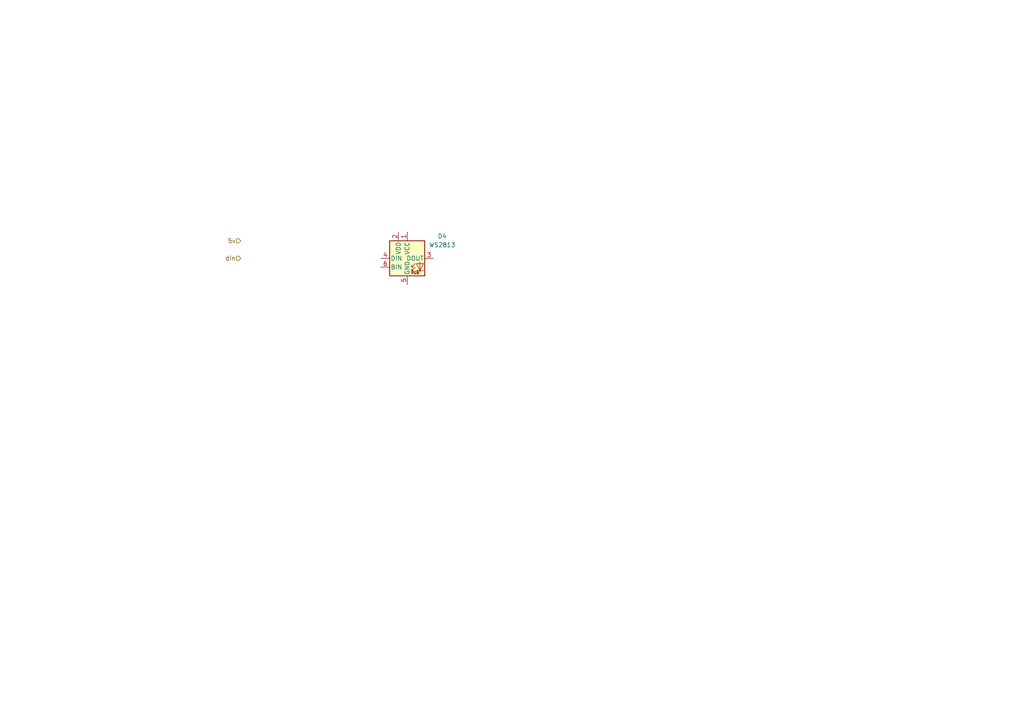
<source format=kicad_sch>
(kicad_sch (version 20250114) (generator "eeschema") (generator_version "9.0")
  (paper "A4")
  (lib_symbols
    (symbol "LED:WS2813" (pin_names (offset 0.254))
      (property "Reference" "D" (at 5.08 5.715 0))
      (property "Value" "WS2813" (at 1.27 -5.715 0))
      (symbol "WS2813_0_0"
        (text "RGB" (at 2.286 -4.191 0) (effects (font (size 0.762 0.762))))
      )
      (symbol "WS2813_0_1"
        (polyline (pts (xy 1.27 -2.54) (xy 1.778 -2.54)))
        (polyline (pts (xy 1.27 -3.556) (xy 1.778 -3.556)))
        (polyline (pts (xy 2.286 -1.524) (xy 1.27 -2.54) (xy 1.27 -2.032)))
        (polyline (pts (xy 2.286 -2.54) (xy 1.27 -3.556) (xy 1.27 -3.048)))
        (polyline (pts (xy 3.683 -1.016) (xy 3.683 -3.556) (xy 3.683 -4.064)))
        (polyline (pts (xy 4.699 -1.524) (xy 2.667 -1.524) (xy 3.683 -3.556) (xy 4.699 -1.524)))
        (polyline (pts (xy 4.699 -3.556) (xy 2.667 -3.556)))
        (rectangle (start 5.08 5.08) (end -5.08 -5.08) (stroke (width 0.254)) (fill (type background)))
      )
      (symbol "WS2813_1_1"
        (pin input line (at -7.62 0 0) (length 2.54) (name "DIN") (number "4"))
        (pin input line (at -7.62 -2.54 0) (length 2.54) (name "BIN") (number "6"))
        (pin power_in line (at -2.54 7.62 270) (length 2.54) (name "VDD") (number "2"))
        (pin power_in line (at 0 7.62 270) (length 2.54) (name "VCC") (number "1"))
        (pin power_in line (at 0 -7.62 90) (length 2.54) (name "GND") (number "5"))
        (pin output line (at 7.62 0 180) (length 2.54) (name "DOUT") (number "3"))
      )
    )
  )
  (hierarchical_label "5v" (shape input) (at 69.85 69.85 180))
  (hierarchical_label "din" (shape input) (at 69.85 74.93 180))
  (symbol (lib_id "LED:WS2813") (at 118.11 74.93 0) (unit 1)
    (property "Reference" "D4" (at 128.27 68.5098 0))
    (property "Value" "WS2813" (at 128.27 71.0498 0))
    (property "Footprint" "LED_SMD:LED_WS2812_PLCC6_5.0x5.0mm_P1.6mm" (effects (hide yes)))
    (property "Datasheet" "http://www.normandled.com/upload/201605/WS2813%20LED%20Datasheet.pdf" (effects (hide yes)))
    (property "Description" "RGB LED with integrated controller" (effects (hide yes)))
  )
)
</source>
